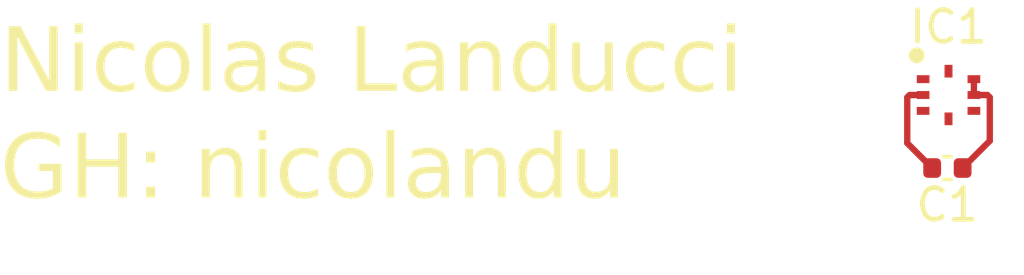
<source format=kicad_pcb>
(kicad_pcb (version 20240108) (generator "pcbnew") (generator_version "8.0")
  (layers (0 "F.Cu" signal) (31 "B.Cu" signal) (34 "B.Paste" user) (35 "F.Paste" user) (36 "B.SilkS" user "B.Silkscreen") (37 "F.SilkS" user "F.Silkscreen") (38 "B.Mask" user) (39 "F.Mask" user) (44 "Edge.Cuts" user))
  (net 0 "")
  (net 1 "Net-(IC1-VSS)")
  (net 2 "Net-(IC1-VCC)")
  (net 4 "Net-(IC1-LA)")
  (footprint "NT3H2111W0FHKH:QFN50P160X160X50-8N" (layer "F.Cu") (at 87.03 68.185)
    (property "Reference" "IC1" (at 0 -2.145 0) (layer "F.SilkS"))
    (property "Value" "NT3H2111W0FHKH" (hide yes))
    (fp_circle (center -1 -1.25) (end -1 -1.125) (stroke (width 0.25)) (fill none) (layer "F.SilkS"))
    (pad "1" smd rect (at -0.8 -0.5 90) (size 0.25 0.4) (layers "F.Cu" "F.Paste" "F.Mask") (net 4 "Net-(IC1-LA)"))
    (pad "2" smd rect (at -0.8 0 90) (size 0.25 0.4) (layers "F.Cu" "F.Paste" "F.Mask") (net 1 "Net-(IC1-VSS)"))
    (pad "3" smd rect (at -0.8 0.5 90) (size 0.25 0.4) (layers "F.Cu" "F.Paste" "F.Mask"))
    (pad "4" smd rect (at 0 0.75) (size 0.25 0.4) (layers "F.Cu" "F.Paste" "F.Mask"))
    (pad "5" smd rect (at 0.8 0.5 90) (size 0.25 0.4) (layers "F.Cu" "F.Paste" "F.Mask"))
    (pad "6" smd rect (at 0.8 0 90) (size 0.25 0.4) (layers "F.Cu" "F.Paste" "F.Mask") (net 2 "Net-(IC1-VCC)"))
    (pad "7" smd rect (at 0.8 -0.5 90) (size 0.25 0.4) (layers "F.Cu" "F.Paste" "F.Mask") (net 2 "Net-(IC1-VCC)"))
    (pad "8" smd rect (at 0 -0.75) (size 0.25 0.4) (layers "F.Cu" "F.Paste" "F.Mask") (net 4 "Net-(IC1-LA)"))
  )
  (footprint "Capacitor_SMD:C_0402_1005Metric" (layer "F.Cu") (at 86.995 70.485 180)
    (property "Reference" "C1" (at 0 -1.16 360) (layer "F.SilkS"))
    (property "Value" "220nF")
    (fp_line (start -0.107836 0.36) (end 0.107836 0.36) (stroke (width 0.12)) (layer "F.SilkS"))
    (fp_line (start -0.107836 -0.36) (end 0.107836 -0.36) (stroke (width 0.12)) (layer "F.SilkS"))
    (pad "1" smd roundrect (at -0.48 0 180) (size 0.56 0.62) (layers "F.Cu" "F.Paste" "F.Mask") (net 2 "Net-(IC1-VCC)"))
    (pad "2" smd roundrect (at 0.48 0 180) (size 0.56 0.62) (layers "F.Cu" "F.Paste" "F.Mask") (net 1 "Net-(IC1-VSS)"))
  )
  (gr_text "Nicolas Landucci\nGH: nicolandu" (at 57.15 71.755 0) (layer "F.SilkS") (effects (font (size 2 2) (thickness 0.5)) (justify left bottom)))
  (segment (start 85.73 68.26) (end 85.805 68.185) (width 0.2) (layer "F.Cu") (net 1))
  (segment (start 85.73 69.7) (end 85.73 68.26) (width 0.2) (layer "F.Cu") (net 1))
  (segment (start 85.805 68.185) (end 86.23 68.185) (width 0.2) (layer "F.Cu") (net 1))
  (segment (start 86.515 70.485) (end 85.73 69.7) (width 0.2) (layer "F.Cu") (net 1))
  (segment (start 88.255 68.185) (end 87.83 68.185) (width 0.2) (layer "F.Cu") (net 2))
  (segment (start 88.33 69.63) (end 88.33 68.26) (width 0.2) (layer "F.Cu") (net 2))
  (segment (start 87.83 68.185) (end 87.83 67.685) (width 0.2) (layer "F.Cu") (net 2))
  (segment (start 87.475 70.485) (end 88.33 69.63) (width 0.2) (layer "F.Cu") (net 2))
  (segment (start 88.33 68.26) (end 88.255 68.185) (width 0.2) (layer "F.Cu") (net 2))
)
</source>
